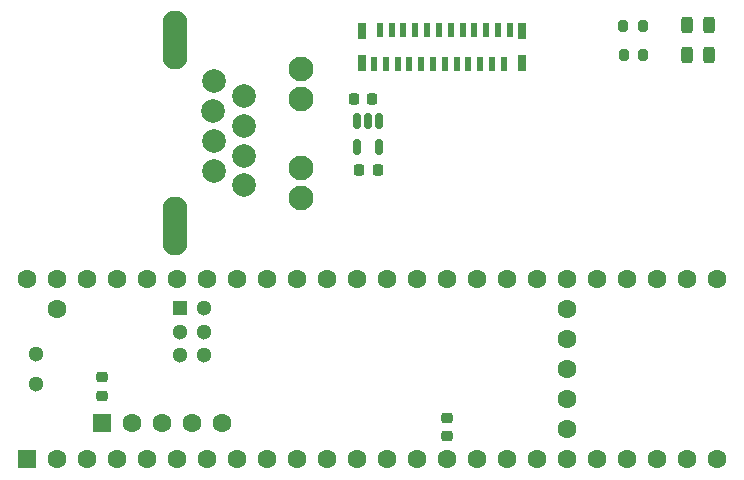
<source format=gts>
G04 #@! TF.GenerationSoftware,KiCad,Pcbnew,6.0.9*
G04 #@! TF.CreationDate,2023-03-07T12:57:11+01:00*
G04 #@! TF.ProjectId,injection-controller,696e6a65-6374-4696-9f6e-2d636f6e7472,rev?*
G04 #@! TF.SameCoordinates,Original*
G04 #@! TF.FileFunction,Soldermask,Top*
G04 #@! TF.FilePolarity,Negative*
%FSLAX46Y46*%
G04 Gerber Fmt 4.6, Leading zero omitted, Abs format (unit mm)*
G04 Created by KiCad (PCBNEW 6.0.9) date 2023-03-07 12:57:11*
%MOMM*%
%LPD*%
G01*
G04 APERTURE LIST*
G04 Aperture macros list*
%AMRoundRect*
0 Rectangle with rounded corners*
0 $1 Rounding radius*
0 $2 $3 $4 $5 $6 $7 $8 $9 X,Y pos of 4 corners*
0 Add a 4 corners polygon primitive as box body*
4,1,4,$2,$3,$4,$5,$6,$7,$8,$9,$2,$3,0*
0 Add four circle primitives for the rounded corners*
1,1,$1+$1,$2,$3*
1,1,$1+$1,$4,$5*
1,1,$1+$1,$6,$7*
1,1,$1+$1,$8,$9*
0 Add four rect primitives between the rounded corners*
20,1,$1+$1,$2,$3,$4,$5,0*
20,1,$1+$1,$4,$5,$6,$7,0*
20,1,$1+$1,$6,$7,$8,$9,0*
20,1,$1+$1,$8,$9,$2,$3,0*%
G04 Aperture macros list end*
%ADD10R,0.600000X1.200000*%
%ADD11R,0.800000X1.400000*%
%ADD12RoundRect,0.225000X0.250000X-0.225000X0.250000X0.225000X-0.250000X0.225000X-0.250000X-0.225000X0*%
%ADD13RoundRect,0.243750X-0.243750X-0.456250X0.243750X-0.456250X0.243750X0.456250X-0.243750X0.456250X0*%
%ADD14RoundRect,0.150000X-0.150000X0.512500X-0.150000X-0.512500X0.150000X-0.512500X0.150000X0.512500X0*%
%ADD15RoundRect,0.200000X-0.200000X-0.275000X0.200000X-0.275000X0.200000X0.275000X-0.200000X0.275000X0*%
%ADD16RoundRect,0.225000X-0.225000X-0.250000X0.225000X-0.250000X0.225000X0.250000X-0.225000X0.250000X0*%
%ADD17C,2.000000*%
%ADD18C,2.100000*%
%ADD19O,2.100000X5.000000*%
%ADD20RoundRect,0.225000X0.225000X0.250000X-0.225000X0.250000X-0.225000X-0.250000X0.225000X-0.250000X0*%
%ADD21R,1.600000X1.600000*%
%ADD22C,1.600000*%
%ADD23R,1.300000X1.300000*%
%ADD24C,1.300000*%
%ADD25RoundRect,0.200000X0.200000X0.275000X-0.200000X0.275000X-0.200000X-0.275000X0.200000X-0.275000X0*%
G04 APERTURE END LIST*
D10*
G04 #@! TO.C,J2*
X149600015Y-85309999D03*
X150100015Y-82410000D03*
X150600015Y-85309999D03*
X151100015Y-82410000D03*
X151600015Y-85309999D03*
X152100015Y-82410000D03*
X152600015Y-85309999D03*
X153100015Y-82410000D03*
X153600015Y-85309999D03*
X154100015Y-82410000D03*
X154600015Y-85309999D03*
X155100015Y-82410000D03*
X155600015Y-85309999D03*
X156100015Y-82410000D03*
X156600015Y-85309999D03*
X157100015Y-82410000D03*
X157600015Y-85309999D03*
X158100015Y-82410000D03*
X158600015Y-85309999D03*
X159100015Y-82410000D03*
X159600015Y-85309999D03*
X160100015Y-82410000D03*
X160600015Y-85309999D03*
X161100015Y-82410000D03*
D11*
X148600011Y-85210000D03*
X162099989Y-85210000D03*
X148600011Y-82510000D03*
X162099989Y-82510000D03*
G04 #@! TD*
D12*
G04 #@! TO.C,C2*
X126540000Y-113395000D03*
X126540000Y-111845000D03*
G04 #@! TD*
D13*
G04 #@! TO.C,D2*
X176112500Y-84505000D03*
X177987500Y-84505000D03*
G04 #@! TD*
D12*
G04 #@! TO.C,C1*
X155800000Y-116795000D03*
X155800000Y-115245000D03*
G04 #@! TD*
D14*
G04 #@! TO.C,U2*
X150030000Y-90092500D03*
X149080000Y-90092500D03*
X148130000Y-90092500D03*
X148130000Y-92367500D03*
X150030000Y-92367500D03*
G04 #@! TD*
D15*
G04 #@! TO.C,R1*
X170725000Y-82060000D03*
X172375000Y-82060000D03*
G04 #@! TD*
D16*
G04 #@! TO.C,C3*
X147885000Y-88270000D03*
X149435000Y-88270000D03*
G04 #@! TD*
D17*
G04 #@! TO.C,J1*
X138630000Y-95580000D03*
X136090000Y-94350000D03*
X138630000Y-93080000D03*
X136090000Y-91810000D03*
X138630000Y-90540000D03*
X135990000Y-89270000D03*
X138630000Y-88000000D03*
X136090000Y-86730000D03*
D18*
X143460000Y-94100000D03*
X143460000Y-96640000D03*
X143460000Y-85720000D03*
X143460000Y-88260000D03*
D19*
X132790000Y-99050000D03*
X132790000Y-83310000D03*
G04 #@! TD*
D20*
G04 #@! TO.C,C4*
X149915000Y-94300000D03*
X148365000Y-94300000D03*
G04 #@! TD*
D21*
G04 #@! TO.C,U1*
X120240000Y-118760000D03*
D22*
X122780000Y-118760000D03*
X125320000Y-118760000D03*
X127860000Y-118760000D03*
X130400000Y-118760000D03*
X132940000Y-118760000D03*
X135480000Y-118760000D03*
X138020000Y-118760000D03*
X140560000Y-118760000D03*
X143100000Y-118760000D03*
X145640000Y-118760000D03*
X148180000Y-118760000D03*
X150720000Y-118760000D03*
X153260000Y-118760000D03*
X155800000Y-118760000D03*
X158340000Y-118760000D03*
X160880000Y-118760000D03*
X163420000Y-118760000D03*
X165960000Y-118760000D03*
X168500000Y-118760000D03*
X171040000Y-118760000D03*
X173580000Y-118760000D03*
X176120000Y-118760000D03*
X178660000Y-118760000D03*
X178660000Y-103520000D03*
X176120000Y-103520000D03*
X173580000Y-103520000D03*
X171040000Y-103520000D03*
X168500000Y-103520000D03*
X165960000Y-103520000D03*
X163420000Y-103520000D03*
X160880000Y-103520000D03*
X158340000Y-103520000D03*
X155800000Y-103520000D03*
X153260000Y-103520000D03*
X150720000Y-103520000D03*
X148180000Y-103520000D03*
X145640000Y-103520000D03*
X143100000Y-103520000D03*
X140560000Y-103520000D03*
X138020000Y-103520000D03*
X135480000Y-103520000D03*
X132940000Y-103520000D03*
X130400000Y-103520000D03*
X127860000Y-103520000D03*
X125320000Y-103520000D03*
X122780000Y-103520000D03*
X120240000Y-103520000D03*
X122780000Y-106060000D03*
X165960000Y-116220000D03*
X165960000Y-113680000D03*
X165960000Y-111140000D03*
X165960000Y-108600000D03*
X165960000Y-106060000D03*
D21*
X126539200Y-115709200D03*
D22*
X129079200Y-115709200D03*
X131619200Y-115709200D03*
X134159200Y-115709200D03*
X136699200Y-115709200D03*
D23*
X133210000Y-105958400D03*
D24*
X133210000Y-107958400D03*
X133210000Y-109958400D03*
X135210000Y-109958400D03*
X135210000Y-107958400D03*
X135210000Y-105958400D03*
X120970000Y-109870000D03*
X120970000Y-112410000D03*
G04 #@! TD*
D25*
G04 #@! TO.C,R3*
X172405000Y-84560000D03*
X170755000Y-84560000D03*
G04 #@! TD*
D13*
G04 #@! TO.C,D1*
X176112500Y-82045000D03*
X177987500Y-82045000D03*
G04 #@! TD*
M02*

</source>
